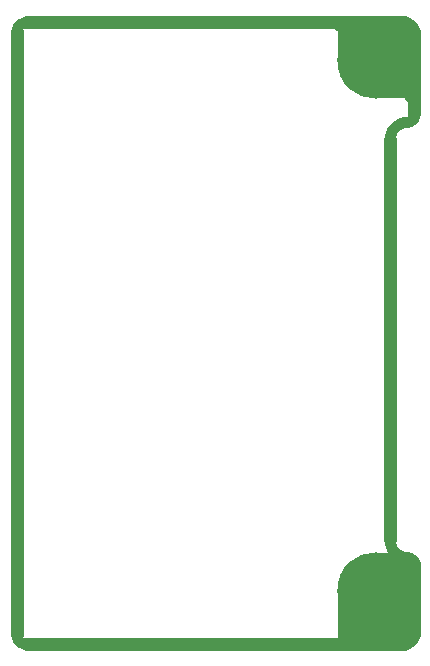
<source format=gbr>
G04*
G04 #@! TF.GenerationSoftware,Altium Limited,Altium Designer,24.1.2 (44)*
G04*
G04 Layer_Color=8388736*
%FSLAX44Y44*%
%MOMM*%
G71*
G04*
G04 #@! TF.SameCoordinates,BBC2EA18-74A8-411A-9B9A-F0C275BE575F*
G04*
G04*
G04 #@! TF.FilePolarity,Negative*
G04*
G01*
G75*
%ADD11C,0.8890*%
%ADD12C,1.0922*%
%ADD13R,3.0734X4.7910*%
%ADD14R,3.3586X2.0672*%
%ADD15R,6.5336X3.3587*%
%ADD16R,4.1266X4.8133*%
%ADD17R,3.3565X6.5340*%
%ADD18C,0.8032*%
%ADD19C,6.5532*%
%ADD20C,1.2032*%
G36*
X331582Y536016D02*
X331631Y536016D01*
X331648Y536014D01*
X331666Y536013D01*
X331714Y536005D01*
X331763Y535998D01*
X331780Y535994D01*
X331797Y535991D01*
X331844Y535976D01*
X331892Y535964D01*
X331908Y535957D01*
X331924Y535952D01*
X331969Y535931D01*
X332014Y535913D01*
X332029Y535904D01*
X332045Y535896D01*
X332087Y535870D01*
X332130Y535846D01*
X332144Y535835D01*
X332158Y535826D01*
X332196Y535794D01*
X332235Y535764D01*
X332248Y535752D01*
X332261Y535741D01*
X332294Y535705D01*
X332329Y535670D01*
X332340Y535656D01*
X332352Y535643D01*
X332380Y535603D01*
X332410Y535564D01*
X332419Y535549D01*
X332429Y535535D01*
X332452Y535491D01*
X332477Y535449D01*
X332483Y535433D01*
X332491Y535417D01*
X332509Y535371D01*
X332527Y535326D01*
X332532Y535309D01*
X332538Y535293D01*
X332549Y535244D01*
X332561Y535197D01*
X332564Y535180D01*
X332568Y535163D01*
X334005Y526273D01*
X334010Y526230D01*
X334016Y526188D01*
X334016Y526164D01*
X334018Y526140D01*
X334016Y526097D01*
X334017Y526054D01*
X334014Y526031D01*
X334013Y526007D01*
X334006Y525965D01*
X334001Y525922D01*
X333995Y525899D01*
X333991Y525876D01*
X333979Y525835D01*
X333968Y525793D01*
X333959Y525771D01*
X333952Y525748D01*
X333934Y525710D01*
X333918Y525670D01*
X333907Y525649D01*
X333897Y525627D01*
X333874Y525591D01*
X333853Y525554D01*
X333839Y525535D01*
X333826Y525514D01*
X333799Y525481D01*
X333773Y525447D01*
X333756Y525430D01*
X333741Y525412D01*
X333710Y525382D01*
X333680Y525352D01*
X333661Y525337D01*
X333644Y525321D01*
X333609Y525296D01*
X333575Y525270D01*
X333555Y525258D01*
X333535Y525244D01*
X333497Y525224D01*
X333461Y525202D01*
X333439Y525192D01*
X333418Y525181D01*
X333377Y525166D01*
X333338Y525149D01*
X333315Y525143D01*
X333293Y525135D01*
X333251Y525125D01*
X333210Y525114D01*
X333186Y525110D01*
X333163Y525105D01*
X333120Y525101D01*
X333078Y525095D01*
X332268Y525033D01*
X331836Y524903D01*
X331678Y524789D01*
X331625Y524690D01*
X331604Y524422D01*
X331721Y523887D01*
X332046Y523116D01*
X332425Y522454D01*
X333103Y522071D01*
X333868Y521757D01*
X334396Y521652D01*
X334658Y521679D01*
X334767Y521743D01*
X334895Y521928D01*
X335031Y522394D01*
X335093Y523238D01*
X335100Y523289D01*
X335106Y523342D01*
X335110Y523356D01*
X335112Y523370D01*
X335126Y523420D01*
X335138Y523471D01*
X335143Y523484D01*
X335147Y523498D01*
X335168Y523547D01*
X335187Y523595D01*
X335193Y523607D01*
X335199Y523621D01*
X335226Y523666D01*
X335251Y523712D01*
X335260Y523723D01*
X335267Y523736D01*
X335299Y523777D01*
X335330Y523819D01*
X335340Y523829D01*
X335349Y523841D01*
X335387Y523878D01*
X335422Y523915D01*
X335433Y523924D01*
X335444Y523934D01*
X335486Y523965D01*
X335526Y523998D01*
X335539Y524006D01*
X335550Y524014D01*
X335596Y524040D01*
X335640Y524067D01*
X335653Y524073D01*
X335666Y524080D01*
X335715Y524100D01*
X335762Y524120D01*
X335776Y524124D01*
X335789Y524130D01*
X335840Y524143D01*
X335890Y524157D01*
X335904Y524160D01*
X335919Y524163D01*
X335971Y524170D01*
X336022Y524177D01*
X336036Y524178D01*
X336051Y524179D01*
X336103Y524179D01*
X336155Y524180D01*
X336169Y524178D01*
X336184Y524178D01*
X336236Y524171D01*
X336287Y524165D01*
X345177Y522579D01*
X345231Y522565D01*
X345284Y522554D01*
X345295Y522550D01*
X345307Y522547D01*
X345357Y522527D01*
X345409Y522508D01*
X345420Y522503D01*
X345431Y522498D01*
X345479Y522472D01*
X345527Y522446D01*
X345537Y522440D01*
X345547Y522434D01*
X345591Y522402D01*
X345636Y522370D01*
X345645Y522362D01*
X345655Y522355D01*
X345694Y522317D01*
X345735Y522280D01*
X345742Y522271D01*
X345751Y522263D01*
X345785Y522220D01*
X345820Y522178D01*
X345826Y522168D01*
X345834Y522159D01*
X345862Y522112D01*
X345892Y522065D01*
X345897Y522055D01*
X345903Y522045D01*
X345924Y521995D01*
X345948Y521945D01*
X345951Y521933D01*
X345956Y521923D01*
X345971Y521870D01*
X345988Y521818D01*
X345990Y521806D01*
X345993Y521795D01*
X346001Y521740D01*
X346011Y521686D01*
X346011Y521675D01*
X346013Y521663D01*
X346014Y521609D01*
X346017Y521553D01*
X345963Y519176D01*
X345960Y519145D01*
X345959Y519115D01*
X345528Y513876D01*
X345523Y513845D01*
X345521Y513812D01*
X344658Y507929D01*
X344651Y507899D01*
X344647Y507868D01*
X342788Y499000D01*
X344647Y490132D01*
D01*
X344651Y490101D01*
X344658Y490070D01*
X345521Y484188D01*
X345523Y484155D01*
X345528Y484123D01*
X345959Y478885D01*
X345960Y478855D01*
X345963Y478824D01*
X346017Y476447D01*
X346014Y476396D01*
X346014Y476346D01*
X346011Y476330D01*
X346011Y476314D01*
X346002Y476264D01*
X345995Y476214D01*
X345990Y476198D01*
X345988Y476182D01*
X345973Y476135D01*
X345959Y476086D01*
X345953Y476071D01*
X345948Y476055D01*
X345927Y476010D01*
X345907Y475964D01*
X345899Y475950D01*
X345892Y475935D01*
X345865Y475892D01*
X345839Y475849D01*
X336949Y462847D01*
X336947Y462844D01*
X336945Y462840D01*
X336906Y462792D01*
X336867Y462742D01*
X336864Y462739D01*
X336862Y462736D01*
X336817Y462693D01*
X336772Y462649D01*
X336768Y462647D01*
X336766Y462644D01*
X336716Y462607D01*
X336665Y462569D01*
X336662Y462567D01*
X336659Y462565D01*
X336603Y462534D01*
X336549Y462504D01*
X336546Y462502D01*
X336542Y462500D01*
X336483Y462477D01*
X336426Y462454D01*
X336422Y462453D01*
X336418Y462452D01*
X336357Y462436D01*
X336297Y462421D01*
X336293Y462420D01*
X336289Y462420D01*
X336227Y462412D01*
X336164Y462405D01*
X336160Y462405D01*
X336157Y462405D01*
X336094Y462406D01*
X336031Y462406D01*
X336027Y462407D01*
X336023Y462407D01*
X335961Y462416D01*
X335899Y462425D01*
X335895Y462426D01*
X335892Y462427D01*
X335833Y462444D01*
X335771Y462461D01*
X335767Y462463D01*
X335764Y462464D01*
X335706Y462489D01*
X335648Y462513D01*
X335645Y462515D01*
X335642Y462517D01*
X335588Y462549D01*
X335534Y462581D01*
X335531Y462584D01*
X335527Y462585D01*
X335479Y462624D01*
X335429Y462663D01*
X335426Y462666D01*
X335423Y462668D01*
X335380Y462713D01*
X335336Y462758D01*
X335334Y462762D01*
X335331Y462764D01*
X335294Y462814D01*
X335256Y462865D01*
X335254Y462868D01*
X335252Y462872D01*
X328208Y473844D01*
X328185Y473886D01*
X328161Y473927D01*
X328153Y473944D01*
X328144Y473961D01*
X328126Y474005D01*
X328107Y474049D01*
X328102Y474067D01*
X328095Y474085D01*
X328084Y474131D01*
X328070Y474177D01*
X328068Y474195D01*
X328063Y474214D01*
X328058Y474261D01*
X328051Y474309D01*
X328050Y474328D01*
X328048Y474346D01*
X328049Y474394D01*
X328048Y474442D01*
X328050Y474461D01*
X328051Y474479D01*
X328058Y474527D01*
X328063Y474574D01*
X328068Y474593D01*
X328070Y474611D01*
X328084Y474657D01*
X328095Y474703D01*
X335843Y499000D01*
X329351Y519360D01*
X309000Y525841D01*
X284712Y518106D01*
X284666Y518094D01*
X284621Y518082D01*
X284602Y518079D01*
X284583Y518074D01*
X284536Y518069D01*
X284489Y518061D01*
X284470Y518061D01*
X284450Y518059D01*
X284403Y518060D01*
X284356Y518059D01*
X284337Y518061D01*
X284317Y518061D01*
X284270Y518069D01*
X284224Y518074D01*
X284205Y518078D01*
X284186Y518081D01*
X284141Y518094D01*
X284094Y518106D01*
X284076Y518113D01*
X284058Y518118D01*
X284014Y518137D01*
X283970Y518154D01*
X283953Y518164D01*
X283936Y518172D01*
X283895Y518196D01*
X283854Y518219D01*
X272875Y525253D01*
X272871Y525256D01*
X272867Y525258D01*
X272818Y525295D01*
X272768Y525332D01*
X272764Y525335D01*
X272761Y525338D01*
X272717Y525381D01*
X272672Y525424D01*
X272669Y525428D01*
X272666Y525431D01*
X272627Y525480D01*
X272589Y525528D01*
X272586Y525532D01*
X272583Y525536D01*
X272551Y525590D01*
X272520Y525642D01*
X272518Y525646D01*
X272516Y525650D01*
X272491Y525707D01*
X272466Y525764D01*
X272465Y525769D01*
X272463Y525773D01*
X272447Y525833D01*
X272430Y525892D01*
X272429Y525897D01*
X272428Y525901D01*
X272419Y525964D01*
X272410Y526024D01*
X272409Y526029D01*
X272409Y526033D01*
X272408Y526096D01*
X272407Y526157D01*
X272407Y526162D01*
X272407Y526166D01*
X272415Y526228D01*
X272422Y526289D01*
X272423Y526294D01*
X272423Y526298D01*
X272439Y526358D01*
X272454Y526419D01*
X272456Y526423D01*
X272457Y526427D01*
X272479Y526484D01*
X272502Y526543D01*
X272505Y526547D01*
X272506Y526551D01*
X272536Y526604D01*
X272567Y526659D01*
X272570Y526663D01*
X272572Y526667D01*
X272609Y526716D01*
X272646Y526767D01*
X272649Y526770D01*
X272652Y526773D01*
X272695Y526818D01*
X272738Y526862D01*
X272742Y526865D01*
X272745Y526869D01*
X272794Y526907D01*
X272842Y526946D01*
X272846Y526948D01*
X272850Y526951D01*
X285863Y535841D01*
X285867Y535843D01*
X285870Y535846D01*
X285923Y535876D01*
X285978Y535909D01*
X285982Y535910D01*
X285986Y535913D01*
X286042Y535936D01*
X286100Y535961D01*
X286105Y535962D01*
X286108Y535964D01*
X286169Y535980D01*
X286229Y535997D01*
X286233Y535997D01*
X286237Y535998D01*
X286299Y536007D01*
X286360Y536015D01*
X286365Y536015D01*
X286369Y536016D01*
X286431Y536016D01*
X286494Y536017D01*
X286498Y536016D01*
X286502D01*
X294119Y535531D01*
X294153Y535526D01*
X294187Y535524D01*
X297048Y535146D01*
X297085Y535139D01*
X297123Y535133D01*
X309000Y532641D01*
X320877Y535133D01*
X320914Y535139D01*
X320952Y535146D01*
X323813Y535524D01*
X323847Y535526D01*
X323881Y535531D01*
X331498Y536016D01*
X331515Y536016D01*
X331533Y536018D01*
X331582Y536016D01*
D02*
G37*
G36*
X328969Y74734D02*
X329008Y74733D01*
X329035Y74729D01*
X329063Y74727D01*
X329101Y74719D01*
X329140Y74714D01*
X329166Y74706D01*
X329194Y74701D01*
X329231Y74688D01*
X329268Y74677D01*
X329293Y74666D01*
X329320Y74657D01*
X329355Y74640D01*
X329390Y74625D01*
X329414Y74611D01*
X329439Y74598D01*
X329471Y74576D01*
X329504Y74557D01*
X329526Y74539D01*
X329550Y74524D01*
X330877Y73498D01*
X333073Y72076D01*
X333867Y71708D01*
X334456Y71539D01*
X334774Y71529D01*
X334857Y71560D01*
X334912Y71620D01*
X335014Y71906D01*
X335074Y72582D01*
X335084Y72645D01*
X335093Y72708D01*
X335094Y72710D01*
X335094Y72713D01*
X335112Y72772D01*
X335130Y72836D01*
X335131Y72838D01*
X335132Y72841D01*
X335158Y72899D01*
X335183Y72958D01*
X335185Y72960D01*
X335186Y72963D01*
X335220Y73020D01*
X335252Y73072D01*
X335253Y73074D01*
X335255Y73077D01*
X335296Y73128D01*
X335335Y73176D01*
X335337Y73178D01*
X335339Y73180D01*
X335385Y73225D01*
X335430Y73269D01*
X335433Y73270D01*
X335435Y73272D01*
X335487Y73311D01*
X335537Y73348D01*
X335540Y73349D01*
X335542Y73351D01*
X335598Y73382D01*
X335654Y73412D01*
X335657Y73414D01*
X335659Y73415D01*
X335719Y73438D01*
X335778Y73461D01*
X335781Y73462D01*
X335783Y73463D01*
X335846Y73478D01*
X335907Y73493D01*
X335910Y73494D01*
X335913Y73495D01*
X335975Y73501D01*
X336039Y73509D01*
X336042Y73509D01*
X336045Y73509D01*
X336110Y73507D01*
X336172Y73506D01*
X336178Y73506D01*
D01*
D01*
X345063Y72768D01*
X345098Y72763D01*
X345134Y72759D01*
X345164Y72753D01*
X345194Y72748D01*
X345229Y72738D01*
X345264Y72731D01*
X345293Y72720D01*
X345322Y72712D01*
X345355Y72697D01*
X345389Y72685D01*
X345416Y72671D01*
X345444Y72659D01*
X345475Y72640D01*
X345507Y72623D01*
X345532Y72606D01*
X345559Y72590D01*
X345587Y72568D01*
X345616Y72547D01*
X345639Y72526D01*
X345663Y72507D01*
X345688Y72481D01*
X345714Y72457D01*
X345734Y72433D01*
X345755Y72411D01*
X345777Y72382D01*
X345800Y72355D01*
X345816Y72329D01*
X345835Y72304D01*
X345852Y72273D01*
X345871Y72242D01*
X345884Y72215D01*
X345899Y72188D01*
X345912Y72154D01*
X345928Y72122D01*
X345937Y72092D01*
X345948Y72064D01*
X345957Y72029D01*
X345967Y71995D01*
X345973Y71964D01*
X345980Y71934D01*
X345984Y71899D01*
X345990Y71863D01*
X345992Y71833D01*
X345995Y71802D01*
X345995Y71766D01*
X345996Y71730D01*
X345943Y69355D01*
X345940Y69325D01*
X345940Y69295D01*
X345512Y64054D01*
X345508Y64023D01*
X345505Y63991D01*
X344650Y58098D01*
X344644Y58068D01*
X344639Y58038D01*
X342768Y49000D01*
X344639Y39962D01*
X344644Y39932D01*
X344650Y39902D01*
X345505Y34009D01*
X345508Y33977D01*
X345512Y33946D01*
X345940Y28705D01*
X345940Y28675D01*
X345943Y28645D01*
X345996Y26270D01*
X345994Y26216D01*
X345993Y26164D01*
X345991Y26151D01*
X345990Y26137D01*
X345981Y26084D01*
X345974Y26032D01*
X345970Y26019D01*
X345967Y26005D01*
X345951Y25954D01*
X345937Y25904D01*
X345932Y25892D01*
X345928Y25878D01*
X345905Y25830D01*
X345884Y25782D01*
X345877Y25770D01*
X345871Y25758D01*
X345843Y25713D01*
X345816Y25668D01*
X336926Y12809D01*
X336888Y12762D01*
X336849Y12711D01*
X336846Y12708D01*
X336843Y12705D01*
X336799Y12662D01*
X336754Y12618D01*
X336750Y12615D01*
X336747Y12612D01*
X336698Y12576D01*
X336648Y12538D01*
X336644Y12536D01*
X336640Y12533D01*
X336587Y12503D01*
X336532Y12472D01*
X336528Y12470D01*
X336524Y12468D01*
X336467Y12445D01*
X336408Y12422D01*
X336404Y12421D01*
X336400Y12419D01*
X336341Y12404D01*
X336279Y12388D01*
X336275Y12388D01*
X336271Y12387D01*
X336210Y12380D01*
X336147Y12372D01*
X336143Y12372D01*
X336139Y12371D01*
X336077Y12372D01*
X336014Y12373D01*
X336010Y12373D01*
X336006Y12374D01*
X335944Y12383D01*
X335882Y12391D01*
X335878Y12392D01*
X335874Y12393D01*
X335813Y12410D01*
X335754Y12427D01*
X335750Y12428D01*
X335746Y12430D01*
X335689Y12454D01*
X335631Y12479D01*
X335628Y12481D01*
X335624Y12483D01*
X335570Y12514D01*
X335516Y12546D01*
X335513Y12549D01*
X335509Y12551D01*
X335461Y12589D01*
X335411Y12628D01*
X335408Y12631D01*
X335405Y12634D01*
X335362Y12678D01*
X335318Y12723D01*
X335315Y12726D01*
X335312Y12729D01*
X335275Y12780D01*
X335238Y12829D01*
X328076Y23723D01*
X328049Y23770D01*
X328020Y23819D01*
X328016Y23829D01*
X328010Y23839D01*
X327990Y23890D01*
X327967Y23941D01*
X327965Y23952D01*
X327960Y23962D01*
X327947Y24016D01*
X327931Y24069D01*
X327930Y24080D01*
X327927Y24091D01*
X327920Y24145D01*
X327912Y24201D01*
X327912Y24212D01*
X327910Y24223D01*
X327911Y24278D01*
X327910Y24334D01*
X327911Y24345D01*
X327911Y24356D01*
X327919Y24411D01*
X327926Y24467D01*
X327928Y24477D01*
X327930Y24488D01*
X327945Y24541D01*
X327958Y24596D01*
X335862Y49000D01*
X327958Y73404D01*
X327951Y73432D01*
X327943Y73458D01*
X327935Y73496D01*
X327926Y73533D01*
X327922Y73561D01*
X327917Y73589D01*
X327915Y73627D01*
X327910Y73666D01*
X327910Y73694D01*
X327909Y73721D01*
X327911Y73760D01*
X327912Y73799D01*
X327916Y73827D01*
X327918Y73854D01*
X327926Y73892D01*
X327931Y73931D01*
X327939Y73957D01*
X327944Y73985D01*
X327957Y74022D01*
X327967Y74059D01*
X327979Y74084D01*
X327988Y74111D01*
X328005Y74145D01*
X328020Y74181D01*
X328035Y74205D01*
X328047Y74230D01*
X328069Y74262D01*
X328088Y74296D01*
X328106Y74317D01*
X328121Y74341D01*
X328147Y74369D01*
X328171Y74400D01*
X328191Y74420D01*
X328209Y74440D01*
X328238Y74466D01*
X328266Y74493D01*
X328289Y74510D01*
X328310Y74528D01*
X328342Y74549D01*
X328373Y74572D01*
X328398Y74586D01*
X328421Y74601D01*
X328456Y74619D01*
X328489Y74637D01*
X328516Y74648D01*
X328541Y74660D01*
X328577Y74672D01*
X328613Y74687D01*
X328641Y74694D01*
X328667Y74702D01*
X328704Y74710D01*
X328742Y74719D01*
X328770Y74723D01*
X328797Y74728D01*
X328836Y74730D01*
X328875Y74735D01*
X328903Y74734D01*
X328931Y74736D01*
X328969Y74734D01*
D02*
G37*
D11*
X340554Y452520D02*
X340523Y451758D01*
X335010Y446445D02*
X337621Y447102D01*
X339617Y448909D01*
X340528Y451443D01*
X340533Y72491D02*
X339638Y75057D01*
X337634Y76891D01*
X335000Y77555D01*
X340533Y523583D02*
X339801Y526290D01*
X338132Y528545D01*
X335756Y530034D01*
X333000Y530555D01*
X334968Y446445D02*
X332468Y446221D01*
X330045Y445568D01*
X327771Y444505D01*
X325715Y443065D01*
X323940Y441290D01*
X322499Y439235D01*
X321435Y436962D01*
X320781Y434538D01*
X320556Y432038D01*
X320555Y92000D02*
X320774Y89492D01*
X321426Y87059D01*
X322490Y84777D01*
X323935Y82715D01*
X325715Y80934D01*
X327777Y79490D01*
X330060Y78426D01*
X332492Y77775D01*
X335000Y77555D01*
X12000Y530555D02*
X9665Y530185D01*
X7559Y529112D01*
X5888Y527441D01*
X4815Y525335D01*
X4445Y523000D01*
X333000Y4445D02*
X335758Y4966D01*
X338135Y6458D01*
X339803Y8714D01*
X340533Y11424D01*
X4445Y12000D02*
X4815Y9665D01*
X5888Y7559D01*
X7559Y5888D01*
X9665Y4815D01*
X12000Y4445D01*
D12*
X340554Y452520D02*
Y523163D01*
X340533Y11424D02*
Y72491D01*
X12000Y530555D02*
X333000D01*
X320555Y92000D02*
Y431903D01*
X12000Y4445D02*
X333000D01*
X4445Y12000D02*
Y523000D01*
D13*
X322707Y57833D02*
D03*
D14*
X324777Y476680D02*
D03*
D15*
X308902Y514777D02*
D03*
D16*
X296867Y27496D02*
D03*
D17*
X324767Y36099D02*
D03*
D18*
X338328Y7114D02*
D03*
X340335Y15778D02*
D03*
Y31779D02*
D03*
Y47779D02*
D03*
X328845Y4644D02*
D03*
X312845D02*
D03*
X296845D02*
D03*
X333114Y530371D02*
D03*
X317114Y530356D02*
D03*
X301114D02*
D03*
X285114D02*
D03*
X269114D02*
D03*
X253114D02*
D03*
X237114D02*
D03*
X221114D02*
D03*
X205114D02*
D03*
X189114D02*
D03*
X173114D02*
D03*
X157114D02*
D03*
X141114D02*
D03*
X125114D02*
D03*
X109114D02*
D03*
X93114D02*
D03*
X77114D02*
D03*
X61114D02*
D03*
X45114D02*
D03*
X29114D02*
D03*
X13114D02*
D03*
X4644Y516782D02*
D03*
Y500782D02*
D03*
Y484782D02*
D03*
Y468782D02*
D03*
Y452782D02*
D03*
Y436782D02*
D03*
Y420782D02*
D03*
Y404782D02*
D03*
Y388782D02*
D03*
Y372782D02*
D03*
Y356782D02*
D03*
Y340782D02*
D03*
Y324782D02*
D03*
Y308782D02*
D03*
Y292782D02*
D03*
Y276782D02*
D03*
Y260782D02*
D03*
Y244782D02*
D03*
Y228782D02*
D03*
Y212782D02*
D03*
Y196782D02*
D03*
Y180782D02*
D03*
Y164782D02*
D03*
Y148782D02*
D03*
Y132782D02*
D03*
Y116782D02*
D03*
Y100782D02*
D03*
Y84782D02*
D03*
Y68782D02*
D03*
Y52782D02*
D03*
Y36782D02*
D03*
Y20782D02*
D03*
X8860Y5348D02*
D03*
X24845Y4644D02*
D03*
X40845D02*
D03*
X56845D02*
D03*
X72845D02*
D03*
X88845D02*
D03*
X104845D02*
D03*
X120845D02*
D03*
X136845D02*
D03*
X152845D02*
D03*
X168845D02*
D03*
X184845D02*
D03*
X200845D02*
D03*
X216845D02*
D03*
X232845D02*
D03*
X248845D02*
D03*
X264845D02*
D03*
X280845D02*
D03*
X340335Y63779D02*
D03*
X332650Y77812D02*
D03*
X321004Y88783D02*
D03*
X320356Y104770D02*
D03*
Y120770D02*
D03*
Y136770D02*
D03*
Y152770D02*
D03*
Y168770D02*
D03*
Y184770D02*
D03*
Y200770D02*
D03*
Y216770D02*
D03*
Y232770D02*
D03*
Y248770D02*
D03*
Y264770D02*
D03*
Y280770D02*
D03*
Y296770D02*
D03*
Y312770D02*
D03*
Y328770D02*
D03*
Y344770D02*
D03*
Y360770D02*
D03*
Y376770D02*
D03*
Y392770D02*
D03*
Y408770D02*
D03*
Y424770D02*
D03*
X323615Y440435D02*
D03*
X337961Y447520D02*
D03*
X340355Y463340D02*
D03*
Y511339D02*
D03*
D19*
X309000Y49000D02*
D03*
Y499000D02*
D03*
D20*
X325164Y482836D02*
D03*
X292836D02*
D03*
Y515164D02*
D03*
X325164D02*
D03*
X331860Y499000D02*
D03*
X309000Y476140D02*
D03*
X286140Y499000D02*
D03*
X309000Y521860D02*
D03*
X325164Y32836D02*
D03*
X292836D02*
D03*
Y65164D02*
D03*
X325164D02*
D03*
X331860Y49000D02*
D03*
X309000Y26140D02*
D03*
X286140Y49000D02*
D03*
X309000Y71860D02*
D03*
M02*

</source>
